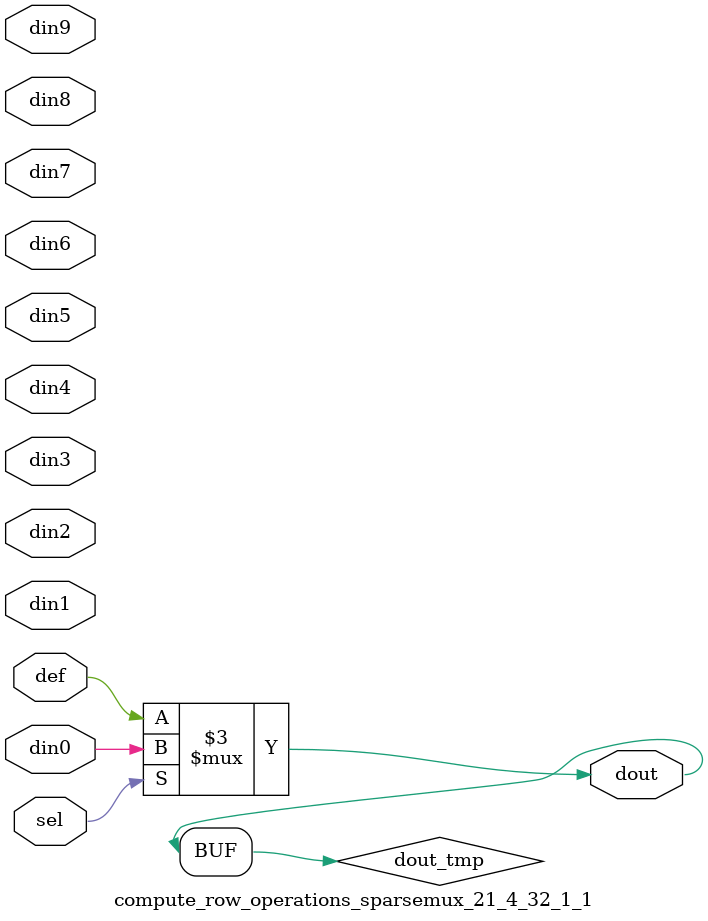
<source format=v>
`timescale 1ns / 1ps

module compute_row_operations_sparsemux_21_4_32_1_1 (din0,din1,din2,din3,din4,din5,din6,din7,din8,din9,def,sel,dout);

parameter din0_WIDTH = 1;

parameter din1_WIDTH = 1;

parameter din2_WIDTH = 1;

parameter din3_WIDTH = 1;

parameter din4_WIDTH = 1;

parameter din5_WIDTH = 1;

parameter din6_WIDTH = 1;

parameter din7_WIDTH = 1;

parameter din8_WIDTH = 1;

parameter din9_WIDTH = 1;

parameter def_WIDTH = 1;
parameter sel_WIDTH = 1;
parameter dout_WIDTH = 1;

parameter [sel_WIDTH-1:0] CASE0 = 1;

parameter [sel_WIDTH-1:0] CASE1 = 1;

parameter [sel_WIDTH-1:0] CASE2 = 1;

parameter [sel_WIDTH-1:0] CASE3 = 1;

parameter [sel_WIDTH-1:0] CASE4 = 1;

parameter [sel_WIDTH-1:0] CASE5 = 1;

parameter [sel_WIDTH-1:0] CASE6 = 1;

parameter [sel_WIDTH-1:0] CASE7 = 1;

parameter [sel_WIDTH-1:0] CASE8 = 1;

parameter [sel_WIDTH-1:0] CASE9 = 1;

parameter ID = 1;
parameter NUM_STAGE = 1;



input [din0_WIDTH-1:0] din0;

input [din1_WIDTH-1:0] din1;

input [din2_WIDTH-1:0] din2;

input [din3_WIDTH-1:0] din3;

input [din4_WIDTH-1:0] din4;

input [din5_WIDTH-1:0] din5;

input [din6_WIDTH-1:0] din6;

input [din7_WIDTH-1:0] din7;

input [din8_WIDTH-1:0] din8;

input [din9_WIDTH-1:0] din9;

input [def_WIDTH-1:0] def;
input [sel_WIDTH-1:0] sel;

output [dout_WIDTH-1:0] dout;



reg [dout_WIDTH-1:0] dout_tmp;


always @ (*) begin
(* parallel_case *) case (sel)
    
    CASE0 : dout_tmp = din0;
    
    CASE1 : dout_tmp = din1;
    
    CASE2 : dout_tmp = din2;
    
    CASE3 : dout_tmp = din3;
    
    CASE4 : dout_tmp = din4;
    
    CASE5 : dout_tmp = din5;
    
    CASE6 : dout_tmp = din6;
    
    CASE7 : dout_tmp = din7;
    
    CASE8 : dout_tmp = din8;
    
    CASE9 : dout_tmp = din9;
    
    default : dout_tmp = def;
endcase
end


assign dout = dout_tmp;



endmodule

</source>
